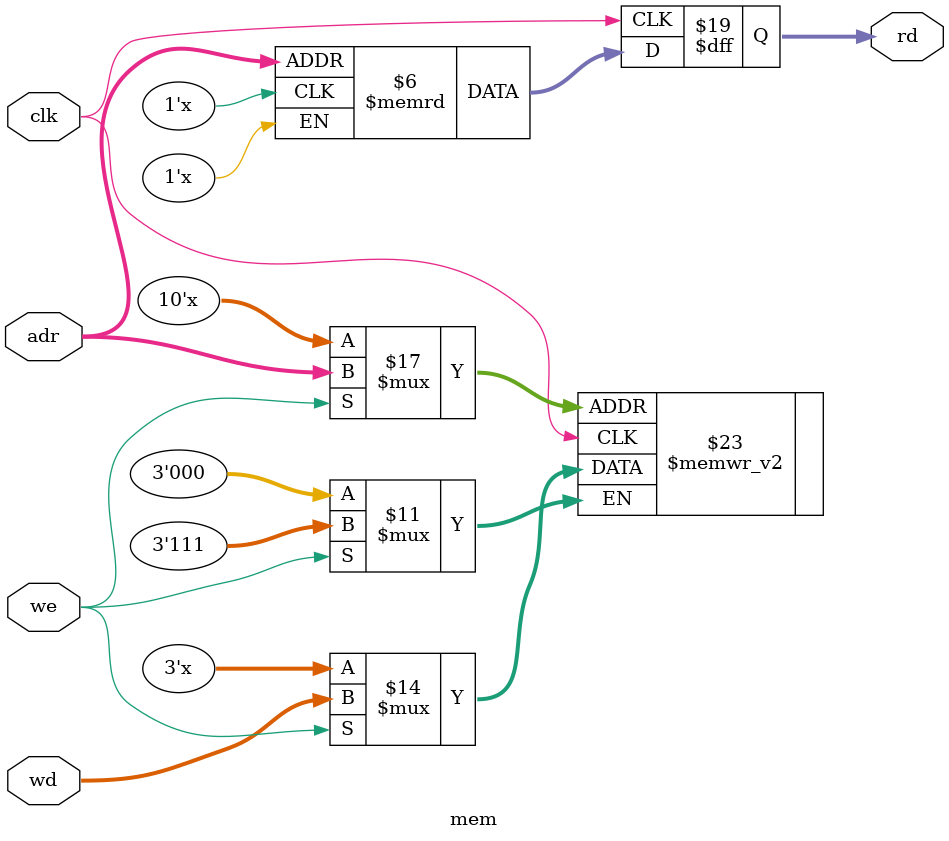
<source format=sv>

module mem(	input logic clk, we, 
				input logic [9:0] adr,
				input logic [2:0] wd,
				output logic [2:0] rd);
				
	logic [2:0] mem [1023:0];
	
	always @(negedge clk)
		begin 
			rd <= mem[adr];
			if (we) mem[adr] <= wd;
		end

		
	
endmodule 
</source>
